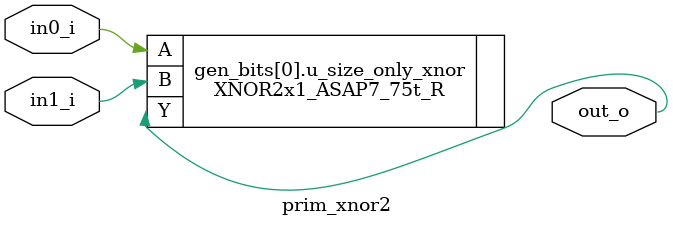
<source format=sv>

`include "prim_assert.sv"

module prim_xnor2 #(
  parameter int Width = 1
) (
  input  logic [Width-1:0] in0_i,
  input  logic [Width-1:0] in1_i,
  output logic [Width-1:0] out_o
);

  for (genvar idx = 0; idx < Width; idx++) begin : gen_bits
    XNOR2x1_ASAP7_75t_R u_size_only_xnor (
      .A(in0_i[idx]),
      .B(in1_i[idx]),
      .Y(out_o[idx])
    );
  end

endmodule

</source>
